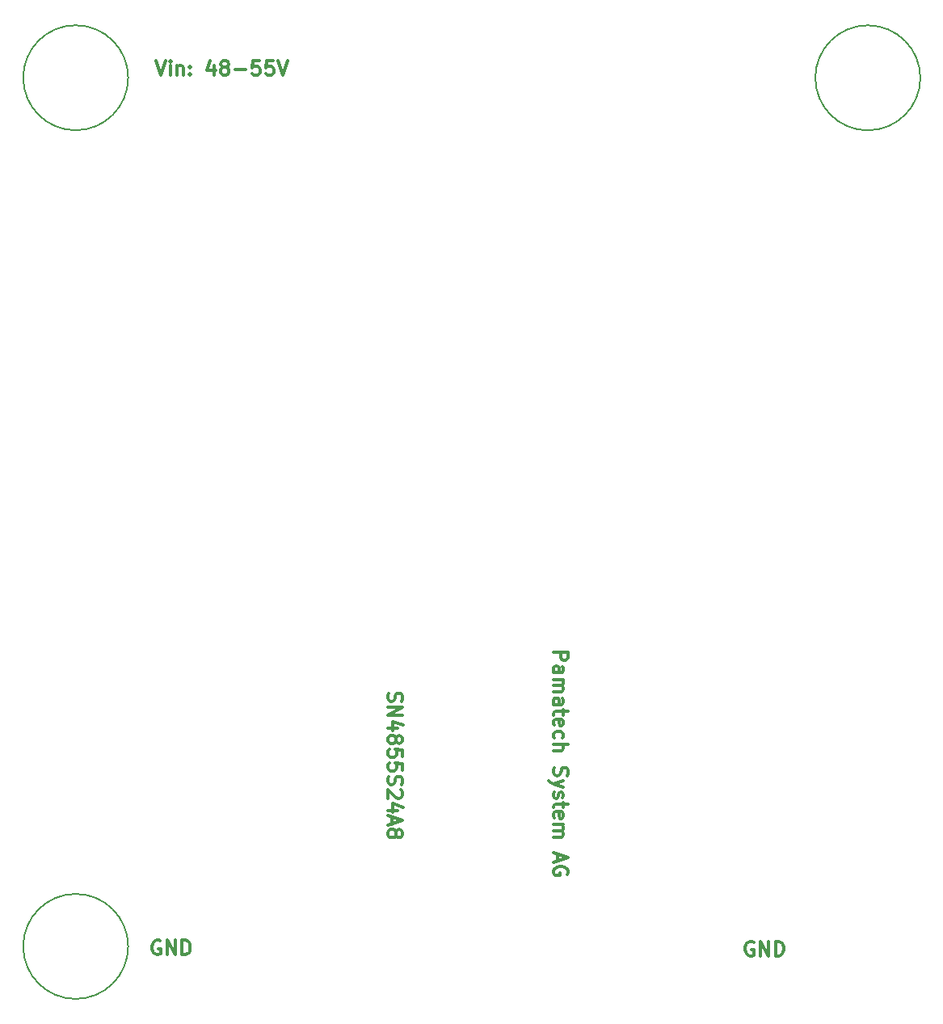
<source format=gbr>
G04 #@! TF.GenerationSoftware,KiCad,Pcbnew,7.0.1*
G04 #@! TF.CreationDate,2023-06-29T16:02:41+02:00*
G04 #@! TF.ProjectId,Magnetsteuerung_v2.1,4d61676e-6574-4737-9465-756572756e67,rev?*
G04 #@! TF.SameCoordinates,Original*
G04 #@! TF.FileFunction,Other,ECO2*
%FSLAX46Y46*%
G04 Gerber Fmt 4.6, Leading zero omitted, Abs format (unit mm)*
G04 Created by KiCad (PCBNEW 7.0.1) date 2023-06-29 16:02:41*
%MOMM*%
%LPD*%
G01*
G04 APERTURE LIST*
%ADD10C,0.150000*%
%ADD11C,0.300000*%
G04 APERTURE END LIST*
D10*
X99000000Y-126500000D02*
G75*
G03*
X99000000Y-126500000I-5500000J0D01*
G01*
X182000000Y-35510000D02*
G75*
G03*
X182000000Y-35510000I-5500000J0D01*
G01*
X99000000Y-35500000D02*
G75*
G03*
X99000000Y-35500000I-5500000J0D01*
G01*
D11*
X143586071Y-95687143D02*
X145086071Y-95687143D01*
X145086071Y-95687143D02*
X145086071Y-96258572D01*
X145086071Y-96258572D02*
X145014642Y-96401429D01*
X145014642Y-96401429D02*
X144943214Y-96472858D01*
X144943214Y-96472858D02*
X144800357Y-96544286D01*
X144800357Y-96544286D02*
X144586071Y-96544286D01*
X144586071Y-96544286D02*
X144443214Y-96472858D01*
X144443214Y-96472858D02*
X144371785Y-96401429D01*
X144371785Y-96401429D02*
X144300357Y-96258572D01*
X144300357Y-96258572D02*
X144300357Y-95687143D01*
X143586071Y-97830001D02*
X144371785Y-97830001D01*
X144371785Y-97830001D02*
X144514642Y-97758572D01*
X144514642Y-97758572D02*
X144586071Y-97615715D01*
X144586071Y-97615715D02*
X144586071Y-97330001D01*
X144586071Y-97330001D02*
X144514642Y-97187143D01*
X143657500Y-97830001D02*
X143586071Y-97687143D01*
X143586071Y-97687143D02*
X143586071Y-97330001D01*
X143586071Y-97330001D02*
X143657500Y-97187143D01*
X143657500Y-97187143D02*
X143800357Y-97115715D01*
X143800357Y-97115715D02*
X143943214Y-97115715D01*
X143943214Y-97115715D02*
X144086071Y-97187143D01*
X144086071Y-97187143D02*
X144157500Y-97330001D01*
X144157500Y-97330001D02*
X144157500Y-97687143D01*
X144157500Y-97687143D02*
X144228928Y-97830001D01*
X143586071Y-98544286D02*
X144586071Y-98544286D01*
X144443214Y-98544286D02*
X144514642Y-98615715D01*
X144514642Y-98615715D02*
X144586071Y-98758572D01*
X144586071Y-98758572D02*
X144586071Y-98972858D01*
X144586071Y-98972858D02*
X144514642Y-99115715D01*
X144514642Y-99115715D02*
X144371785Y-99187144D01*
X144371785Y-99187144D02*
X143586071Y-99187144D01*
X144371785Y-99187144D02*
X144514642Y-99258572D01*
X144514642Y-99258572D02*
X144586071Y-99401429D01*
X144586071Y-99401429D02*
X144586071Y-99615715D01*
X144586071Y-99615715D02*
X144514642Y-99758572D01*
X144514642Y-99758572D02*
X144371785Y-99830001D01*
X144371785Y-99830001D02*
X143586071Y-99830001D01*
X143586071Y-101187144D02*
X144371785Y-101187144D01*
X144371785Y-101187144D02*
X144514642Y-101115715D01*
X144514642Y-101115715D02*
X144586071Y-100972858D01*
X144586071Y-100972858D02*
X144586071Y-100687144D01*
X144586071Y-100687144D02*
X144514642Y-100544286D01*
X143657500Y-101187144D02*
X143586071Y-101044286D01*
X143586071Y-101044286D02*
X143586071Y-100687144D01*
X143586071Y-100687144D02*
X143657500Y-100544286D01*
X143657500Y-100544286D02*
X143800357Y-100472858D01*
X143800357Y-100472858D02*
X143943214Y-100472858D01*
X143943214Y-100472858D02*
X144086071Y-100544286D01*
X144086071Y-100544286D02*
X144157500Y-100687144D01*
X144157500Y-100687144D02*
X144157500Y-101044286D01*
X144157500Y-101044286D02*
X144228928Y-101187144D01*
X144586071Y-101687144D02*
X144586071Y-102258572D01*
X145086071Y-101901429D02*
X143800357Y-101901429D01*
X143800357Y-101901429D02*
X143657500Y-101972858D01*
X143657500Y-101972858D02*
X143586071Y-102115715D01*
X143586071Y-102115715D02*
X143586071Y-102258572D01*
X143657500Y-103330001D02*
X143586071Y-103187144D01*
X143586071Y-103187144D02*
X143586071Y-102901430D01*
X143586071Y-102901430D02*
X143657500Y-102758572D01*
X143657500Y-102758572D02*
X143800357Y-102687144D01*
X143800357Y-102687144D02*
X144371785Y-102687144D01*
X144371785Y-102687144D02*
X144514642Y-102758572D01*
X144514642Y-102758572D02*
X144586071Y-102901430D01*
X144586071Y-102901430D02*
X144586071Y-103187144D01*
X144586071Y-103187144D02*
X144514642Y-103330001D01*
X144514642Y-103330001D02*
X144371785Y-103401430D01*
X144371785Y-103401430D02*
X144228928Y-103401430D01*
X144228928Y-103401430D02*
X144086071Y-102687144D01*
X143657500Y-104687144D02*
X143586071Y-104544286D01*
X143586071Y-104544286D02*
X143586071Y-104258572D01*
X143586071Y-104258572D02*
X143657500Y-104115715D01*
X143657500Y-104115715D02*
X143728928Y-104044286D01*
X143728928Y-104044286D02*
X143871785Y-103972858D01*
X143871785Y-103972858D02*
X144300357Y-103972858D01*
X144300357Y-103972858D02*
X144443214Y-104044286D01*
X144443214Y-104044286D02*
X144514642Y-104115715D01*
X144514642Y-104115715D02*
X144586071Y-104258572D01*
X144586071Y-104258572D02*
X144586071Y-104544286D01*
X144586071Y-104544286D02*
X144514642Y-104687144D01*
X143586071Y-105330000D02*
X145086071Y-105330000D01*
X143586071Y-105972858D02*
X144371785Y-105972858D01*
X144371785Y-105972858D02*
X144514642Y-105901429D01*
X144514642Y-105901429D02*
X144586071Y-105758572D01*
X144586071Y-105758572D02*
X144586071Y-105544286D01*
X144586071Y-105544286D02*
X144514642Y-105401429D01*
X144514642Y-105401429D02*
X144443214Y-105330000D01*
X143657500Y-107758572D02*
X143586071Y-107972858D01*
X143586071Y-107972858D02*
X143586071Y-108330000D01*
X143586071Y-108330000D02*
X143657500Y-108472858D01*
X143657500Y-108472858D02*
X143728928Y-108544286D01*
X143728928Y-108544286D02*
X143871785Y-108615715D01*
X143871785Y-108615715D02*
X144014642Y-108615715D01*
X144014642Y-108615715D02*
X144157500Y-108544286D01*
X144157500Y-108544286D02*
X144228928Y-108472858D01*
X144228928Y-108472858D02*
X144300357Y-108330000D01*
X144300357Y-108330000D02*
X144371785Y-108044286D01*
X144371785Y-108044286D02*
X144443214Y-107901429D01*
X144443214Y-107901429D02*
X144514642Y-107830000D01*
X144514642Y-107830000D02*
X144657500Y-107758572D01*
X144657500Y-107758572D02*
X144800357Y-107758572D01*
X144800357Y-107758572D02*
X144943214Y-107830000D01*
X144943214Y-107830000D02*
X145014642Y-107901429D01*
X145014642Y-107901429D02*
X145086071Y-108044286D01*
X145086071Y-108044286D02*
X145086071Y-108401429D01*
X145086071Y-108401429D02*
X145014642Y-108615715D01*
X144586071Y-109115714D02*
X143586071Y-109472857D01*
X144586071Y-109830000D02*
X143586071Y-109472857D01*
X143586071Y-109472857D02*
X143228928Y-109330000D01*
X143228928Y-109330000D02*
X143157500Y-109258571D01*
X143157500Y-109258571D02*
X143086071Y-109115714D01*
X143657500Y-110330000D02*
X143586071Y-110472857D01*
X143586071Y-110472857D02*
X143586071Y-110758571D01*
X143586071Y-110758571D02*
X143657500Y-110901428D01*
X143657500Y-110901428D02*
X143800357Y-110972857D01*
X143800357Y-110972857D02*
X143871785Y-110972857D01*
X143871785Y-110972857D02*
X144014642Y-110901428D01*
X144014642Y-110901428D02*
X144086071Y-110758571D01*
X144086071Y-110758571D02*
X144086071Y-110544286D01*
X144086071Y-110544286D02*
X144157500Y-110401428D01*
X144157500Y-110401428D02*
X144300357Y-110330000D01*
X144300357Y-110330000D02*
X144371785Y-110330000D01*
X144371785Y-110330000D02*
X144514642Y-110401428D01*
X144514642Y-110401428D02*
X144586071Y-110544286D01*
X144586071Y-110544286D02*
X144586071Y-110758571D01*
X144586071Y-110758571D02*
X144514642Y-110901428D01*
X144586071Y-111401429D02*
X144586071Y-111972857D01*
X145086071Y-111615714D02*
X143800357Y-111615714D01*
X143800357Y-111615714D02*
X143657500Y-111687143D01*
X143657500Y-111687143D02*
X143586071Y-111830000D01*
X143586071Y-111830000D02*
X143586071Y-111972857D01*
X143657500Y-113044286D02*
X143586071Y-112901429D01*
X143586071Y-112901429D02*
X143586071Y-112615715D01*
X143586071Y-112615715D02*
X143657500Y-112472857D01*
X143657500Y-112472857D02*
X143800357Y-112401429D01*
X143800357Y-112401429D02*
X144371785Y-112401429D01*
X144371785Y-112401429D02*
X144514642Y-112472857D01*
X144514642Y-112472857D02*
X144586071Y-112615715D01*
X144586071Y-112615715D02*
X144586071Y-112901429D01*
X144586071Y-112901429D02*
X144514642Y-113044286D01*
X144514642Y-113044286D02*
X144371785Y-113115715D01*
X144371785Y-113115715D02*
X144228928Y-113115715D01*
X144228928Y-113115715D02*
X144086071Y-112401429D01*
X143586071Y-113758571D02*
X144586071Y-113758571D01*
X144443214Y-113758571D02*
X144514642Y-113830000D01*
X144514642Y-113830000D02*
X144586071Y-113972857D01*
X144586071Y-113972857D02*
X144586071Y-114187143D01*
X144586071Y-114187143D02*
X144514642Y-114330000D01*
X144514642Y-114330000D02*
X144371785Y-114401429D01*
X144371785Y-114401429D02*
X143586071Y-114401429D01*
X144371785Y-114401429D02*
X144514642Y-114472857D01*
X144514642Y-114472857D02*
X144586071Y-114615714D01*
X144586071Y-114615714D02*
X144586071Y-114830000D01*
X144586071Y-114830000D02*
X144514642Y-114972857D01*
X144514642Y-114972857D02*
X144371785Y-115044286D01*
X144371785Y-115044286D02*
X143586071Y-115044286D01*
X144014642Y-116830000D02*
X144014642Y-117544286D01*
X143586071Y-116687143D02*
X145086071Y-117187143D01*
X145086071Y-117187143D02*
X143586071Y-117687143D01*
X145014642Y-118972857D02*
X145086071Y-118830000D01*
X145086071Y-118830000D02*
X145086071Y-118615714D01*
X145086071Y-118615714D02*
X145014642Y-118401428D01*
X145014642Y-118401428D02*
X144871785Y-118258571D01*
X144871785Y-118258571D02*
X144728928Y-118187142D01*
X144728928Y-118187142D02*
X144443214Y-118115714D01*
X144443214Y-118115714D02*
X144228928Y-118115714D01*
X144228928Y-118115714D02*
X143943214Y-118187142D01*
X143943214Y-118187142D02*
X143800357Y-118258571D01*
X143800357Y-118258571D02*
X143657500Y-118401428D01*
X143657500Y-118401428D02*
X143586071Y-118615714D01*
X143586071Y-118615714D02*
X143586071Y-118758571D01*
X143586071Y-118758571D02*
X143657500Y-118972857D01*
X143657500Y-118972857D02*
X143728928Y-119044285D01*
X143728928Y-119044285D02*
X144228928Y-119044285D01*
X144228928Y-119044285D02*
X144228928Y-118758571D01*
X164527143Y-126055357D02*
X164384286Y-125983928D01*
X164384286Y-125983928D02*
X164170000Y-125983928D01*
X164170000Y-125983928D02*
X163955714Y-126055357D01*
X163955714Y-126055357D02*
X163812857Y-126198214D01*
X163812857Y-126198214D02*
X163741428Y-126341071D01*
X163741428Y-126341071D02*
X163670000Y-126626785D01*
X163670000Y-126626785D02*
X163670000Y-126841071D01*
X163670000Y-126841071D02*
X163741428Y-127126785D01*
X163741428Y-127126785D02*
X163812857Y-127269642D01*
X163812857Y-127269642D02*
X163955714Y-127412500D01*
X163955714Y-127412500D02*
X164170000Y-127483928D01*
X164170000Y-127483928D02*
X164312857Y-127483928D01*
X164312857Y-127483928D02*
X164527143Y-127412500D01*
X164527143Y-127412500D02*
X164598571Y-127341071D01*
X164598571Y-127341071D02*
X164598571Y-126841071D01*
X164598571Y-126841071D02*
X164312857Y-126841071D01*
X165241428Y-127483928D02*
X165241428Y-125983928D01*
X165241428Y-125983928D02*
X166098571Y-127483928D01*
X166098571Y-127483928D02*
X166098571Y-125983928D01*
X166812857Y-127483928D02*
X166812857Y-125983928D01*
X166812857Y-125983928D02*
X167170000Y-125983928D01*
X167170000Y-125983928D02*
X167384286Y-126055357D01*
X167384286Y-126055357D02*
X167527143Y-126198214D01*
X167527143Y-126198214D02*
X167598572Y-126341071D01*
X167598572Y-126341071D02*
X167670000Y-126626785D01*
X167670000Y-126626785D02*
X167670000Y-126841071D01*
X167670000Y-126841071D02*
X167598572Y-127126785D01*
X167598572Y-127126785D02*
X167527143Y-127269642D01*
X167527143Y-127269642D02*
X167384286Y-127412500D01*
X167384286Y-127412500D02*
X167170000Y-127483928D01*
X167170000Y-127483928D02*
X166812857Y-127483928D01*
X126287500Y-99968573D02*
X126216071Y-100182859D01*
X126216071Y-100182859D02*
X126216071Y-100540001D01*
X126216071Y-100540001D02*
X126287500Y-100682859D01*
X126287500Y-100682859D02*
X126358928Y-100754287D01*
X126358928Y-100754287D02*
X126501785Y-100825716D01*
X126501785Y-100825716D02*
X126644642Y-100825716D01*
X126644642Y-100825716D02*
X126787500Y-100754287D01*
X126787500Y-100754287D02*
X126858928Y-100682859D01*
X126858928Y-100682859D02*
X126930357Y-100540001D01*
X126930357Y-100540001D02*
X127001785Y-100254287D01*
X127001785Y-100254287D02*
X127073214Y-100111430D01*
X127073214Y-100111430D02*
X127144642Y-100040001D01*
X127144642Y-100040001D02*
X127287500Y-99968573D01*
X127287500Y-99968573D02*
X127430357Y-99968573D01*
X127430357Y-99968573D02*
X127573214Y-100040001D01*
X127573214Y-100040001D02*
X127644642Y-100111430D01*
X127644642Y-100111430D02*
X127716071Y-100254287D01*
X127716071Y-100254287D02*
X127716071Y-100611430D01*
X127716071Y-100611430D02*
X127644642Y-100825716D01*
X126216071Y-101468572D02*
X127716071Y-101468572D01*
X127716071Y-101468572D02*
X126216071Y-102325715D01*
X126216071Y-102325715D02*
X127716071Y-102325715D01*
X127216071Y-103682859D02*
X126216071Y-103682859D01*
X127787500Y-103325716D02*
X126716071Y-102968573D01*
X126716071Y-102968573D02*
X126716071Y-103897144D01*
X127073214Y-104682858D02*
X127144642Y-104540001D01*
X127144642Y-104540001D02*
X127216071Y-104468572D01*
X127216071Y-104468572D02*
X127358928Y-104397144D01*
X127358928Y-104397144D02*
X127430357Y-104397144D01*
X127430357Y-104397144D02*
X127573214Y-104468572D01*
X127573214Y-104468572D02*
X127644642Y-104540001D01*
X127644642Y-104540001D02*
X127716071Y-104682858D01*
X127716071Y-104682858D02*
X127716071Y-104968572D01*
X127716071Y-104968572D02*
X127644642Y-105111430D01*
X127644642Y-105111430D02*
X127573214Y-105182858D01*
X127573214Y-105182858D02*
X127430357Y-105254287D01*
X127430357Y-105254287D02*
X127358928Y-105254287D01*
X127358928Y-105254287D02*
X127216071Y-105182858D01*
X127216071Y-105182858D02*
X127144642Y-105111430D01*
X127144642Y-105111430D02*
X127073214Y-104968572D01*
X127073214Y-104968572D02*
X127073214Y-104682858D01*
X127073214Y-104682858D02*
X127001785Y-104540001D01*
X127001785Y-104540001D02*
X126930357Y-104468572D01*
X126930357Y-104468572D02*
X126787500Y-104397144D01*
X126787500Y-104397144D02*
X126501785Y-104397144D01*
X126501785Y-104397144D02*
X126358928Y-104468572D01*
X126358928Y-104468572D02*
X126287500Y-104540001D01*
X126287500Y-104540001D02*
X126216071Y-104682858D01*
X126216071Y-104682858D02*
X126216071Y-104968572D01*
X126216071Y-104968572D02*
X126287500Y-105111430D01*
X126287500Y-105111430D02*
X126358928Y-105182858D01*
X126358928Y-105182858D02*
X126501785Y-105254287D01*
X126501785Y-105254287D02*
X126787500Y-105254287D01*
X126787500Y-105254287D02*
X126930357Y-105182858D01*
X126930357Y-105182858D02*
X127001785Y-105111430D01*
X127001785Y-105111430D02*
X127073214Y-104968572D01*
X127716071Y-106611429D02*
X127716071Y-105897143D01*
X127716071Y-105897143D02*
X127001785Y-105825715D01*
X127001785Y-105825715D02*
X127073214Y-105897143D01*
X127073214Y-105897143D02*
X127144642Y-106040001D01*
X127144642Y-106040001D02*
X127144642Y-106397143D01*
X127144642Y-106397143D02*
X127073214Y-106540001D01*
X127073214Y-106540001D02*
X127001785Y-106611429D01*
X127001785Y-106611429D02*
X126858928Y-106682858D01*
X126858928Y-106682858D02*
X126501785Y-106682858D01*
X126501785Y-106682858D02*
X126358928Y-106611429D01*
X126358928Y-106611429D02*
X126287500Y-106540001D01*
X126287500Y-106540001D02*
X126216071Y-106397143D01*
X126216071Y-106397143D02*
X126216071Y-106040001D01*
X126216071Y-106040001D02*
X126287500Y-105897143D01*
X126287500Y-105897143D02*
X126358928Y-105825715D01*
X127716071Y-108040000D02*
X127716071Y-107325714D01*
X127716071Y-107325714D02*
X127001785Y-107254286D01*
X127001785Y-107254286D02*
X127073214Y-107325714D01*
X127073214Y-107325714D02*
X127144642Y-107468572D01*
X127144642Y-107468572D02*
X127144642Y-107825714D01*
X127144642Y-107825714D02*
X127073214Y-107968572D01*
X127073214Y-107968572D02*
X127001785Y-108040000D01*
X127001785Y-108040000D02*
X126858928Y-108111429D01*
X126858928Y-108111429D02*
X126501785Y-108111429D01*
X126501785Y-108111429D02*
X126358928Y-108040000D01*
X126358928Y-108040000D02*
X126287500Y-107968572D01*
X126287500Y-107968572D02*
X126216071Y-107825714D01*
X126216071Y-107825714D02*
X126216071Y-107468572D01*
X126216071Y-107468572D02*
X126287500Y-107325714D01*
X126287500Y-107325714D02*
X126358928Y-107254286D01*
X126287500Y-108682857D02*
X126216071Y-108897143D01*
X126216071Y-108897143D02*
X126216071Y-109254285D01*
X126216071Y-109254285D02*
X126287500Y-109397143D01*
X126287500Y-109397143D02*
X126358928Y-109468571D01*
X126358928Y-109468571D02*
X126501785Y-109540000D01*
X126501785Y-109540000D02*
X126644642Y-109540000D01*
X126644642Y-109540000D02*
X126787500Y-109468571D01*
X126787500Y-109468571D02*
X126858928Y-109397143D01*
X126858928Y-109397143D02*
X126930357Y-109254285D01*
X126930357Y-109254285D02*
X127001785Y-108968571D01*
X127001785Y-108968571D02*
X127073214Y-108825714D01*
X127073214Y-108825714D02*
X127144642Y-108754285D01*
X127144642Y-108754285D02*
X127287500Y-108682857D01*
X127287500Y-108682857D02*
X127430357Y-108682857D01*
X127430357Y-108682857D02*
X127573214Y-108754285D01*
X127573214Y-108754285D02*
X127644642Y-108825714D01*
X127644642Y-108825714D02*
X127716071Y-108968571D01*
X127716071Y-108968571D02*
X127716071Y-109325714D01*
X127716071Y-109325714D02*
X127644642Y-109540000D01*
X127573214Y-110111428D02*
X127644642Y-110182856D01*
X127644642Y-110182856D02*
X127716071Y-110325714D01*
X127716071Y-110325714D02*
X127716071Y-110682856D01*
X127716071Y-110682856D02*
X127644642Y-110825714D01*
X127644642Y-110825714D02*
X127573214Y-110897142D01*
X127573214Y-110897142D02*
X127430357Y-110968571D01*
X127430357Y-110968571D02*
X127287500Y-110968571D01*
X127287500Y-110968571D02*
X127073214Y-110897142D01*
X127073214Y-110897142D02*
X126216071Y-110039999D01*
X126216071Y-110039999D02*
X126216071Y-110968571D01*
X127216071Y-112254285D02*
X126216071Y-112254285D01*
X127787500Y-111897142D02*
X126716071Y-111539999D01*
X126716071Y-111539999D02*
X126716071Y-112468570D01*
X126644642Y-112968570D02*
X126644642Y-113682856D01*
X126216071Y-112825713D02*
X127716071Y-113325713D01*
X127716071Y-113325713D02*
X126216071Y-113825713D01*
X127073214Y-114539998D02*
X127144642Y-114397141D01*
X127144642Y-114397141D02*
X127216071Y-114325712D01*
X127216071Y-114325712D02*
X127358928Y-114254284D01*
X127358928Y-114254284D02*
X127430357Y-114254284D01*
X127430357Y-114254284D02*
X127573214Y-114325712D01*
X127573214Y-114325712D02*
X127644642Y-114397141D01*
X127644642Y-114397141D02*
X127716071Y-114539998D01*
X127716071Y-114539998D02*
X127716071Y-114825712D01*
X127716071Y-114825712D02*
X127644642Y-114968570D01*
X127644642Y-114968570D02*
X127573214Y-115039998D01*
X127573214Y-115039998D02*
X127430357Y-115111427D01*
X127430357Y-115111427D02*
X127358928Y-115111427D01*
X127358928Y-115111427D02*
X127216071Y-115039998D01*
X127216071Y-115039998D02*
X127144642Y-114968570D01*
X127144642Y-114968570D02*
X127073214Y-114825712D01*
X127073214Y-114825712D02*
X127073214Y-114539998D01*
X127073214Y-114539998D02*
X127001785Y-114397141D01*
X127001785Y-114397141D02*
X126930357Y-114325712D01*
X126930357Y-114325712D02*
X126787500Y-114254284D01*
X126787500Y-114254284D02*
X126501785Y-114254284D01*
X126501785Y-114254284D02*
X126358928Y-114325712D01*
X126358928Y-114325712D02*
X126287500Y-114397141D01*
X126287500Y-114397141D02*
X126216071Y-114539998D01*
X126216071Y-114539998D02*
X126216071Y-114825712D01*
X126216071Y-114825712D02*
X126287500Y-114968570D01*
X126287500Y-114968570D02*
X126358928Y-115039998D01*
X126358928Y-115039998D02*
X126501785Y-115111427D01*
X126501785Y-115111427D02*
X126787500Y-115111427D01*
X126787500Y-115111427D02*
X126930357Y-115039998D01*
X126930357Y-115039998D02*
X127001785Y-114968570D01*
X127001785Y-114968570D02*
X127073214Y-114825712D01*
X101907144Y-33743928D02*
X102407144Y-35243928D01*
X102407144Y-35243928D02*
X102907144Y-33743928D01*
X103407143Y-35243928D02*
X103407143Y-34243928D01*
X103407143Y-33743928D02*
X103335715Y-33815357D01*
X103335715Y-33815357D02*
X103407143Y-33886785D01*
X103407143Y-33886785D02*
X103478572Y-33815357D01*
X103478572Y-33815357D02*
X103407143Y-33743928D01*
X103407143Y-33743928D02*
X103407143Y-33886785D01*
X104121429Y-34243928D02*
X104121429Y-35243928D01*
X104121429Y-34386785D02*
X104192858Y-34315357D01*
X104192858Y-34315357D02*
X104335715Y-34243928D01*
X104335715Y-34243928D02*
X104550001Y-34243928D01*
X104550001Y-34243928D02*
X104692858Y-34315357D01*
X104692858Y-34315357D02*
X104764287Y-34458214D01*
X104764287Y-34458214D02*
X104764287Y-35243928D01*
X105478572Y-35101071D02*
X105550001Y-35172500D01*
X105550001Y-35172500D02*
X105478572Y-35243928D01*
X105478572Y-35243928D02*
X105407144Y-35172500D01*
X105407144Y-35172500D02*
X105478572Y-35101071D01*
X105478572Y-35101071D02*
X105478572Y-35243928D01*
X105478572Y-34315357D02*
X105550001Y-34386785D01*
X105550001Y-34386785D02*
X105478572Y-34458214D01*
X105478572Y-34458214D02*
X105407144Y-34386785D01*
X105407144Y-34386785D02*
X105478572Y-34315357D01*
X105478572Y-34315357D02*
X105478572Y-34458214D01*
X107978573Y-34243928D02*
X107978573Y-35243928D01*
X107621430Y-33672500D02*
X107264287Y-34743928D01*
X107264287Y-34743928D02*
X108192858Y-34743928D01*
X108978572Y-34386785D02*
X108835715Y-34315357D01*
X108835715Y-34315357D02*
X108764286Y-34243928D01*
X108764286Y-34243928D02*
X108692858Y-34101071D01*
X108692858Y-34101071D02*
X108692858Y-34029642D01*
X108692858Y-34029642D02*
X108764286Y-33886785D01*
X108764286Y-33886785D02*
X108835715Y-33815357D01*
X108835715Y-33815357D02*
X108978572Y-33743928D01*
X108978572Y-33743928D02*
X109264286Y-33743928D01*
X109264286Y-33743928D02*
X109407144Y-33815357D01*
X109407144Y-33815357D02*
X109478572Y-33886785D01*
X109478572Y-33886785D02*
X109550001Y-34029642D01*
X109550001Y-34029642D02*
X109550001Y-34101071D01*
X109550001Y-34101071D02*
X109478572Y-34243928D01*
X109478572Y-34243928D02*
X109407144Y-34315357D01*
X109407144Y-34315357D02*
X109264286Y-34386785D01*
X109264286Y-34386785D02*
X108978572Y-34386785D01*
X108978572Y-34386785D02*
X108835715Y-34458214D01*
X108835715Y-34458214D02*
X108764286Y-34529642D01*
X108764286Y-34529642D02*
X108692858Y-34672500D01*
X108692858Y-34672500D02*
X108692858Y-34958214D01*
X108692858Y-34958214D02*
X108764286Y-35101071D01*
X108764286Y-35101071D02*
X108835715Y-35172500D01*
X108835715Y-35172500D02*
X108978572Y-35243928D01*
X108978572Y-35243928D02*
X109264286Y-35243928D01*
X109264286Y-35243928D02*
X109407144Y-35172500D01*
X109407144Y-35172500D02*
X109478572Y-35101071D01*
X109478572Y-35101071D02*
X109550001Y-34958214D01*
X109550001Y-34958214D02*
X109550001Y-34672500D01*
X109550001Y-34672500D02*
X109478572Y-34529642D01*
X109478572Y-34529642D02*
X109407144Y-34458214D01*
X109407144Y-34458214D02*
X109264286Y-34386785D01*
X110192857Y-34672500D02*
X111335715Y-34672500D01*
X112764286Y-33743928D02*
X112050000Y-33743928D01*
X112050000Y-33743928D02*
X111978572Y-34458214D01*
X111978572Y-34458214D02*
X112050000Y-34386785D01*
X112050000Y-34386785D02*
X112192858Y-34315357D01*
X112192858Y-34315357D02*
X112550000Y-34315357D01*
X112550000Y-34315357D02*
X112692858Y-34386785D01*
X112692858Y-34386785D02*
X112764286Y-34458214D01*
X112764286Y-34458214D02*
X112835715Y-34601071D01*
X112835715Y-34601071D02*
X112835715Y-34958214D01*
X112835715Y-34958214D02*
X112764286Y-35101071D01*
X112764286Y-35101071D02*
X112692858Y-35172500D01*
X112692858Y-35172500D02*
X112550000Y-35243928D01*
X112550000Y-35243928D02*
X112192858Y-35243928D01*
X112192858Y-35243928D02*
X112050000Y-35172500D01*
X112050000Y-35172500D02*
X111978572Y-35101071D01*
X114192857Y-33743928D02*
X113478571Y-33743928D01*
X113478571Y-33743928D02*
X113407143Y-34458214D01*
X113407143Y-34458214D02*
X113478571Y-34386785D01*
X113478571Y-34386785D02*
X113621429Y-34315357D01*
X113621429Y-34315357D02*
X113978571Y-34315357D01*
X113978571Y-34315357D02*
X114121429Y-34386785D01*
X114121429Y-34386785D02*
X114192857Y-34458214D01*
X114192857Y-34458214D02*
X114264286Y-34601071D01*
X114264286Y-34601071D02*
X114264286Y-34958214D01*
X114264286Y-34958214D02*
X114192857Y-35101071D01*
X114192857Y-35101071D02*
X114121429Y-35172500D01*
X114121429Y-35172500D02*
X113978571Y-35243928D01*
X113978571Y-35243928D02*
X113621429Y-35243928D01*
X113621429Y-35243928D02*
X113478571Y-35172500D01*
X113478571Y-35172500D02*
X113407143Y-35101071D01*
X114692857Y-33743928D02*
X115192857Y-35243928D01*
X115192857Y-35243928D02*
X115692857Y-33743928D01*
X102357143Y-125935357D02*
X102214286Y-125863928D01*
X102214286Y-125863928D02*
X102000000Y-125863928D01*
X102000000Y-125863928D02*
X101785714Y-125935357D01*
X101785714Y-125935357D02*
X101642857Y-126078214D01*
X101642857Y-126078214D02*
X101571428Y-126221071D01*
X101571428Y-126221071D02*
X101500000Y-126506785D01*
X101500000Y-126506785D02*
X101500000Y-126721071D01*
X101500000Y-126721071D02*
X101571428Y-127006785D01*
X101571428Y-127006785D02*
X101642857Y-127149642D01*
X101642857Y-127149642D02*
X101785714Y-127292500D01*
X101785714Y-127292500D02*
X102000000Y-127363928D01*
X102000000Y-127363928D02*
X102142857Y-127363928D01*
X102142857Y-127363928D02*
X102357143Y-127292500D01*
X102357143Y-127292500D02*
X102428571Y-127221071D01*
X102428571Y-127221071D02*
X102428571Y-126721071D01*
X102428571Y-126721071D02*
X102142857Y-126721071D01*
X103071428Y-127363928D02*
X103071428Y-125863928D01*
X103071428Y-125863928D02*
X103928571Y-127363928D01*
X103928571Y-127363928D02*
X103928571Y-125863928D01*
X104642857Y-127363928D02*
X104642857Y-125863928D01*
X104642857Y-125863928D02*
X105000000Y-125863928D01*
X105000000Y-125863928D02*
X105214286Y-125935357D01*
X105214286Y-125935357D02*
X105357143Y-126078214D01*
X105357143Y-126078214D02*
X105428572Y-126221071D01*
X105428572Y-126221071D02*
X105500000Y-126506785D01*
X105500000Y-126506785D02*
X105500000Y-126721071D01*
X105500000Y-126721071D02*
X105428572Y-127006785D01*
X105428572Y-127006785D02*
X105357143Y-127149642D01*
X105357143Y-127149642D02*
X105214286Y-127292500D01*
X105214286Y-127292500D02*
X105000000Y-127363928D01*
X105000000Y-127363928D02*
X104642857Y-127363928D01*
M02*

</source>
